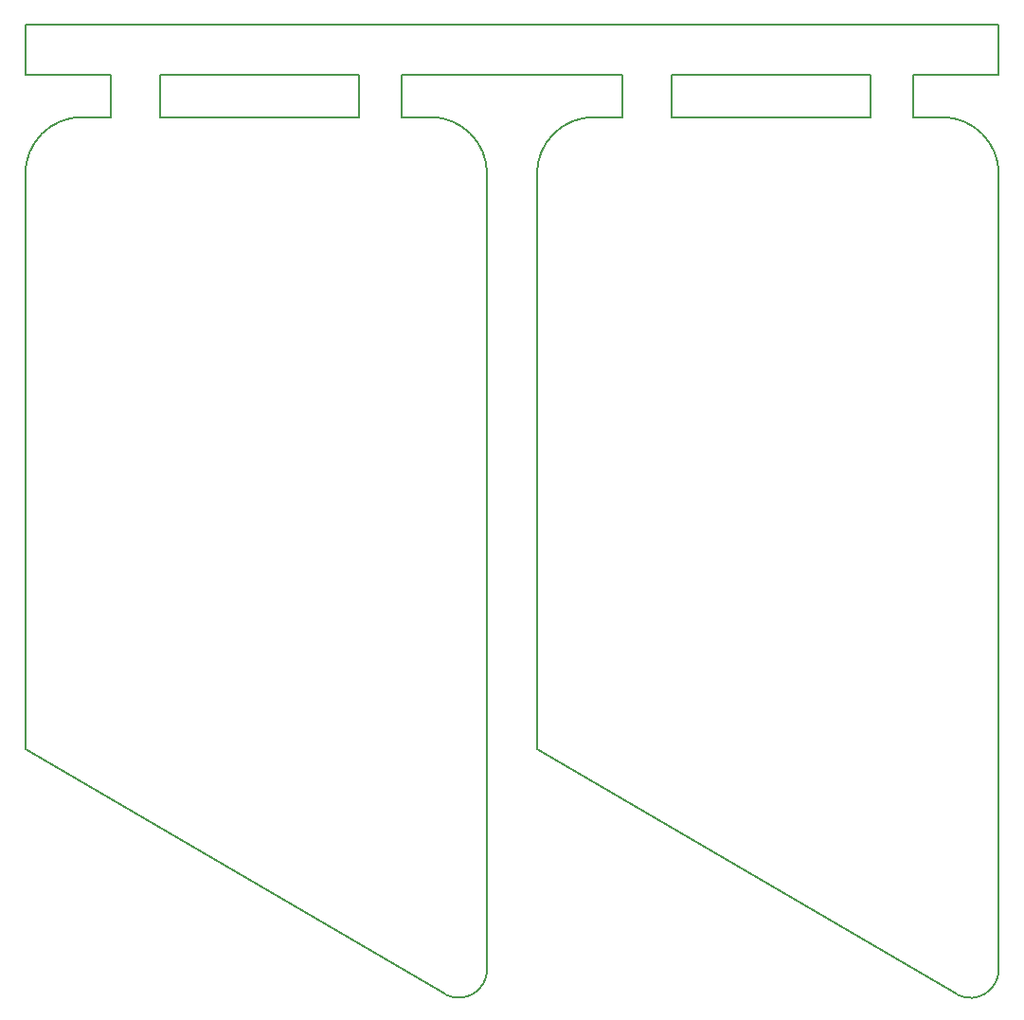
<source format=gm1>
%TF.GenerationSoftware,KiCad,Pcbnew,(6.0.5-0)*%
%TF.CreationDate,2023-02-12T12:56:51+09:00*%
%TF.ProjectId,MTCH6102_breakout,4d544348-3631-4303-925f-627265616b6f,rev?*%
%TF.SameCoordinates,Original*%
%TF.FileFunction,Profile,NP*%
%FSLAX46Y46*%
G04 Gerber Fmt 4.6, Leading zero omitted, Abs format (unit mm)*
G04 Created by KiCad (PCBNEW (6.0.5-0)) date 2023-02-12 12:56:51*
%MOMM*%
%LPD*%
G01*
G04 APERTURE LIST*
%TA.AperFunction,Profile*%
%ADD10C,0.150000*%
%TD*%
G04 APERTURE END LIST*
D10*
X110490000Y-94614997D02*
G75*
G03*
X105416898Y-99690898I0J-5073103D01*
G01*
X192405000Y-90805000D02*
X192405000Y-86360000D01*
X143015976Y-173082742D02*
G75*
G03*
X146691898Y-170810898I1135924J2271842D01*
G01*
X180975000Y-94615000D02*
X180975000Y-90805000D01*
X192422500Y-99698000D02*
X192422500Y-170818000D01*
X146691902Y-99690898D02*
G75*
G03*
X141611898Y-94610898I-5080002J-2D01*
G01*
X113030000Y-94615000D02*
X113030000Y-90805000D01*
X117475000Y-90805000D02*
X135255000Y-90805000D01*
X163195000Y-90805000D02*
X180975000Y-90805000D01*
X156220602Y-94622099D02*
G75*
G03*
X151147500Y-99698000I-2J-5073101D01*
G01*
X139065000Y-90805000D02*
X158750000Y-90805000D01*
X146691898Y-99690898D02*
X146691898Y-170810898D01*
X105410000Y-90805000D02*
X113030000Y-90805000D01*
X151147500Y-99698000D02*
X151147500Y-151133000D01*
X156220602Y-94622102D02*
X158760602Y-94622102D01*
X143015975Y-173082743D02*
X105416898Y-151125898D01*
X192422500Y-99698000D02*
G75*
G03*
X187342500Y-94618000I-5080000J0D01*
G01*
X188746577Y-173089845D02*
G75*
G03*
X192422500Y-170818000I1135923J2271845D01*
G01*
X163205602Y-94622102D02*
X180985602Y-94622102D01*
X188746577Y-173089845D02*
X151147500Y-151133000D01*
X135255000Y-94615000D02*
X135255000Y-90805000D01*
X163195000Y-94615000D02*
X163195000Y-90805000D01*
X139071898Y-94610898D02*
X139065000Y-90805000D01*
X117475000Y-94615000D02*
X117475000Y-90805000D01*
X184802500Y-94618000D02*
X187342500Y-94618000D01*
X192405000Y-86360000D02*
X105410000Y-86360000D01*
X184785000Y-90805000D02*
X192405000Y-90805000D01*
X110490000Y-94615000D02*
X113030000Y-94615000D01*
X184791898Y-94610898D02*
X184785000Y-90805000D01*
X158750000Y-94615000D02*
X158750000Y-90805000D01*
X105410000Y-86360000D02*
X105410000Y-90805000D01*
X139071898Y-94610898D02*
X141611898Y-94610898D01*
X105416898Y-99690898D02*
X105416898Y-151125898D01*
X117475000Y-94615000D02*
X135255000Y-94615000D01*
M02*

</source>
